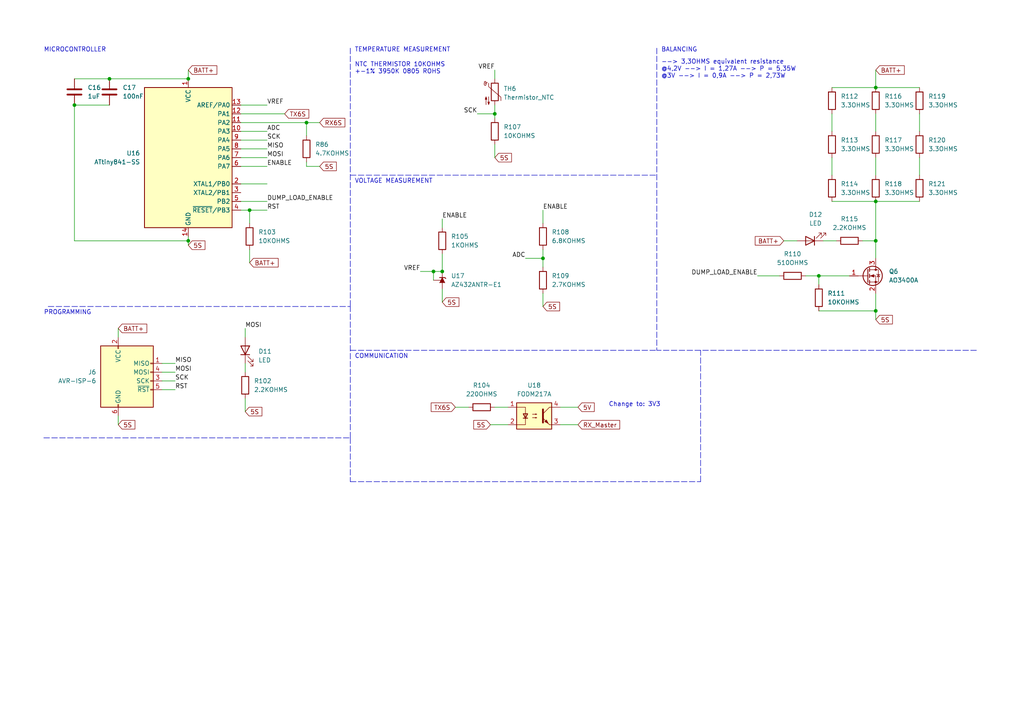
<source format=kicad_sch>
(kicad_sch (version 20211123) (generator eeschema)
  (paper "A4")
  (title_block (title "6S - OpenBatt") (date "2022-07-02") (rev "V1.0") (company "Andre Schrankel"))
  (lib_symbols
    (symbol "Connector:AVR-ISP-6" (pin_names (offset 1.016))
      (property "Reference" "J" (at -6.35 11.43 0))
      (property "Value" "AVR-ISP-6" (at 0 11.43 0))
      (symbol "AVR-ISP-6_0_1"
        (rectangle (start -2.667 -6.858) (end -2.413 -7.62))
        (rectangle (start -2.667 10.16) (end -2.413 9.398))
        (rectangle (start 7.62 -2.413) (end 6.858 -2.667))
        (rectangle (start 7.62 0.127) (end 6.858 -0.127))
        (rectangle (start 7.62 2.667) (end 6.858 2.413))
        (rectangle (start 7.62 5.207) (end 6.858 4.953))
        (rectangle (start 7.62 10.16) (end -7.62 -7.62) (stroke (width 0.254)) (fill (type background)))
      )
      (symbol "AVR-ISP-6_1_1"
        (pin passive line (at 10.16 5.08 180) (length 2.54) (name "MISO") (number "1"))
        (pin passive line (at -2.54 12.7 270) (length 2.54) (name "VCC") (number "2"))
        (pin passive line (at 10.16 0 180) (length 2.54) (name "SCK") (number "3"))
        (pin passive line (at 10.16 2.54 180) (length 2.54) (name "MOSI") (number "4"))
        (pin passive line (at 10.16 -2.54 180) (length 2.54) (name "~{RST}") (number "5"))
        (pin passive line (at -2.54 -10.16 90) (length 2.54) (name "GND") (number "6"))
      )
    )
    (symbol "Device:C" (pin_numbers hide) (pin_names (offset 0.254))
      (property "Reference" "C" (at 0.635 2.54 0))
      (property "Value" "C" (at 0.635 -2.54 0))
      (symbol "C_0_1"
        (polyline (pts (xy -2.032 -0.762) (xy 2.032 -0.762)) (stroke (width 0.508)))
        (polyline (pts (xy -2.032 0.762) (xy 2.032 0.762)) (stroke (width 0.508)))
      )
      (symbol "C_1_1"
        (pin passive line (at 0 3.81 270) (length 2.794) (name "~") (number "1"))
        (pin passive line (at 0 -3.81 90) (length 2.794) (name "~") (number "2"))
      )
    )
    (symbol "Device:LED" (pin_numbers hide) (pin_names (offset 1.016) hide)
      (property "Reference" "D" (at 0 2.54 0))
      (property "Value" "LED" (at 0 -2.54 0))
      (symbol "LED_0_1"
        (polyline (pts (xy -1.27 -1.27) (xy -1.27 1.27)) (stroke (width 0.254)))
        (polyline (pts (xy -1.27 0) (xy 1.27 0)))
        (polyline (pts (xy 1.27 -1.27) (xy 1.27 1.27) (xy -1.27 0) (xy 1.27 -1.27)) (stroke (width 0.254)))
        (polyline (pts (xy -3.048 -0.762) (xy -4.572 -2.286) (xy -3.81 -2.286) (xy -4.572 -2.286) (xy -4.572 -1.524)))
        (polyline (pts (xy -1.778 -0.762) (xy -3.302 -2.286) (xy -2.54 -2.286) (xy -3.302 -2.286) (xy -3.302 -1.524)))
      )
      (symbol "LED_1_1"
        (pin passive line (at -3.81 0 0) (length 2.54) (name "K") (number "1"))
        (pin passive line (at 3.81 0 180) (length 2.54) (name "A") (number "2"))
      )
    )
    (symbol "Device:R" (pin_numbers hide) (pin_names (offset 0))
      (property "Reference" "R" (at 2.032 0 90))
      (property "Value" "R" (at 0 0 90))
      (symbol "R_0_1"
        (rectangle (start -1.016 -2.54) (end 1.016 2.54) (stroke (width 0.254)))
      )
      (symbol "R_1_1"
        (pin passive line (at 0 3.81 270) (length 1.27) (name "~") (number "1"))
        (pin passive line (at 0 -3.81 90) (length 1.27) (name "~") (number "2"))
      )
    )
    (symbol "Device:Thermistor_NTC" (pin_numbers hide) (pin_names (offset 0))
      (property "Reference" "TH" (at -4.445 0 90))
      (property "Value" "Thermistor_NTC" (at 3.175 0 90))
      (symbol "Thermistor_NTC_0_1"
        (arc (start -3.048 2.159) (mid -3.0505 2.3165) (end -3.175 2.413))
        (arc (start -3.048 2.159) (mid -2.9736 1.9794) (end -2.794 1.905))
        (arc (start -3.048 2.794) (mid -2.9736 2.6144) (end -2.794 2.54))
        (arc (start -2.794 1.905) (mid -2.6144 1.9794) (end -2.54 2.159))
        (arc (start -2.794 2.54) (mid -2.434 2.5608) (end -2.159 2.794))
        (arc (start -2.794 3.048) (mid -2.9736 2.9736) (end -3.048 2.794))
        (arc (start -2.54 2.794) (mid -2.6144 2.9736) (end -2.794 3.048))
        (rectangle (start -1.016 2.54) (end 1.016 -2.54) (stroke (width 0.254)))
        (polyline (pts (xy -2.54 2.159) (xy -2.54 2.794)))
        (polyline (pts (xy -1.778 2.54) (xy -1.778 1.524) (xy 1.778 -1.524) (xy 1.778 -2.54)))
        (polyline (pts (xy -2.54 -3.683) (xy -2.54 -1.397) (xy -2.794 -2.159) (xy -2.286 -2.159) (xy -2.54 -1.397) (xy -2.54 -1.651)) (fill (type outline)))
        (polyline (pts (xy -1.778 -1.397) (xy -1.778 -3.683) (xy -2.032 -2.921) (xy -1.524 -2.921) (xy -1.778 -3.683) (xy -1.778 -3.429)) (fill (type outline)))
      )
      (symbol "Thermistor_NTC_1_1"
        (pin passive line (at 0 3.81 270) (length 1.27) (name "~") (number "1"))
        (pin passive line (at 0 -3.81 90) (length 1.27) (name "~") (number "2"))
      )
    )
    (symbol "Isolator:FODM217A"
      (property "Reference" "U" (at -5.08 5.08 0))
      (property "Value" "FODM217A" (at 0 5.08 0))
      (symbol "FODM217A_0_1"
        (rectangle (start -5.08 3.81) (end 5.08 -3.81) (stroke (width 0.254)) (fill (type background)))
        (polyline (pts (xy -3.175 -0.635) (xy -1.905 -0.635)) (stroke (width 0.254)))
        (polyline (pts (xy 2.54 0.635) (xy 4.445 2.54)))
        (polyline (pts (xy 4.445 -2.54) (xy 2.54 -0.635)) (fill (type outline)))
        (polyline (pts (xy 4.445 -2.54) (xy 5.08 -2.54)))
        (polyline (pts (xy 4.445 2.54) (xy 5.08 2.54)))
        (polyline (pts (xy -5.08 2.54) (xy -2.54 2.54) (xy -2.54 -0.635)))
        (polyline (pts (xy -2.54 -0.635) (xy -2.54 -2.54) (xy -5.08 -2.54)))
        (polyline (pts (xy 2.54 1.905) (xy 2.54 -1.905) (xy 2.54 -1.905)) (stroke (width 0.508)))
        (polyline (pts (xy -2.54 -0.635) (xy -3.175 0.635) (xy -1.905 0.635) (xy -2.54 -0.635)) (stroke (width 0.254)))
        (polyline (pts (xy -0.508 -0.508) (xy 0.762 -0.508) (xy 0.381 -0.635) (xy 0.381 -0.381) (xy 0.762 -0.508)))
        (polyline (pts (xy -0.508 0.508) (xy 0.762 0.508) (xy 0.381 0.381) (xy 0.381 0.635) (xy 0.762 0.508)))
        (polyline (pts (xy 3.048 -1.651) (xy 3.556 -1.143) (xy 4.064 -2.159) (xy 3.048 -1.651) (xy 3.048 -1.651)) (fill (type outline)))
      )
      (symbol "FODM217A_1_1"
        (pin passive line (at -7.62 2.54 0) (length 2.54) (name "~") (number "1"))
        (pin passive line (at -7.62 -2.54 0) (length 2.54) (name "~") (number "2"))
        (pin passive line (at 7.62 -2.54 180) (length 2.54) (name "~") (number "3"))
        (pin passive line (at 7.62 2.54 180) (length 2.54) (name "~") (number "4"))
      )
    )
    (symbol "MCU_Microchip_ATtiny:ATtiny841-SS"
      (property "Reference" "U" (at -12.7 21.59 0))
      (property "Value" "ATtiny841-SS" (at 2.54 -21.59 0))
      (symbol "ATtiny841-SS_0_1"
        (rectangle (start -12.7 -20.32) (end 12.7 20.32) (stroke (width 0.254)) (fill (type background)))
      )
      (symbol "ATtiny841-SS_1_1"
        (pin power_in line (at 0 22.86 270) (length 2.54) (name "VCC") (number "1"))
        (pin bidirectional line (at 15.24 7.62 180) (length 2.54) (name "PA3") (number "10"))
        (pin bidirectional line (at 15.24 10.16 180) (length 2.54) (name "PA2") (number "11"))
        (pin bidirectional line (at 15.24 12.7 180) (length 2.54) (name "PA1") (number "12"))
        (pin bidirectional line (at 15.24 15.24 180) (length 2.54) (name "AREF/PA0") (number "13"))
        (pin power_in line (at 0 -22.86 90) (length 2.54) (name "GND") (number "14"))
        (pin bidirectional line (at 15.24 -7.62 180) (length 2.54) (name "XTAL1/PB0") (number "2"))
        (pin bidirectional line (at 15.24 -10.16 180) (length 2.54) (name "XTAL2/PB1") (number "3"))
        (pin bidirectional line (at 15.24 -15.24 180) (length 2.54) (name "~{RESET}/PB3") (number "4"))
        (pin bidirectional line (at 15.24 -12.7 180) (length 2.54) (name "PB2") (number "5"))
        (pin bidirectional line (at 15.24 -2.54 180) (length 2.54) (name "PA7") (number "6"))
        (pin bidirectional line (at 15.24 0 180) (length 2.54) (name "PA6") (number "7"))
        (pin bidirectional line (at 15.24 2.54 180) (length 2.54) (name "PA5") (number "8"))
        (pin bidirectional line (at 15.24 5.08 180) (length 2.54) (name "PA4") (number "9"))
      )
    )
    (symbol "Reference_Voltage:TL431DBZ" (pin_numbers hide) (pin_names hide)
      (property "Reference" "U" (at -2.54 2.54 0))
      (property "Value" "TL431DBZ" (at 0 -2.54 0))
      (symbol "TL431DBZ_0_1"
        (polyline (pts (xy -1.27 0) (xy 0 0) (xy 1.27 0)))
        (polyline (pts (xy -0.762 0.762) (xy 0.762 0) (xy -0.762 -0.762)) (fill (type outline)))
        (polyline (pts (xy 0.508 -1.016) (xy 0.762 -0.762) (xy 0.762 0.762) (xy 0.762 0.762)) (stroke (width 0.254)))
      )
      (symbol "TL431DBZ_1_1"
        (pin passive line (at 2.54 0 180) (length 2.54) (name "K") (number "1"))
        (pin passive line (at 0 2.54 270) (length 2.54) (name "REF") (number "2"))
        (pin passive line (at -2.54 0 0) (length 2.54) (name "A") (number "3"))
      )
    )
    (symbol "Transistor_FET:AO3400A" (pin_names hide)
      (property "Reference" "Q" (at 5.08 1.905 0))
      (property "Value" "AO3400A" (at 5.08 0 0))
      (symbol "AO3400A_0_1"
        (polyline (pts (xy 0.254 0) (xy -2.54 0)))
        (polyline (pts (xy 0.254 1.905) (xy 0.254 -1.905)) (stroke (width 0.254)))
        (polyline (pts (xy 0.762 -1.27) (xy 0.762 -2.286)) (stroke (width 0.254)))
        (polyline (pts (xy 0.762 0.508) (xy 0.762 -0.508)) (stroke (width 0.254)))
        (polyline (pts (xy 0.762 2.286) (xy 0.762 1.27)) (stroke (width 0.254)))
        (polyline (pts (xy 2.54 2.54) (xy 2.54 1.778)))
        (polyline (pts (xy 2.54 -2.54) (xy 2.54 0) (xy 0.762 0)))
        (polyline (pts (xy 0.762 -1.778) (xy 3.302 -1.778) (xy 3.302 1.778) (xy 0.762 1.778)))
        (polyline (pts (xy 1.016 0) (xy 2.032 0.381) (xy 2.032 -0.381) (xy 1.016 0)) (fill (type outline)))
        (polyline (pts (xy 2.794 0.508) (xy 2.921 0.381) (xy 3.683 0.381) (xy 3.81 0.254)))
        (polyline (pts (xy 3.302 0.381) (xy 2.921 -0.254) (xy 3.683 -0.254) (xy 3.302 0.381)))
        (circle (center 1.651 0) (radius 2.794) (stroke (width 0.254)))
        (circle (center 2.54 -1.778) (radius 0.254) (fill (type outline)))
        (circle (center 2.54 1.778) (radius 0.254) (fill (type outline)))
      )
      (symbol "AO3400A_1_1"
        (pin input line (at -5.08 0 0) (length 2.54) (name "G") (number "1"))
        (pin passive line (at 2.54 -5.08 90) (length 2.54) (name "S") (number "2"))
        (pin passive line (at 2.54 5.08 270) (length 2.54) (name "D") (number "3"))
      )
    )
  )
  (junction (at 72.39 60.96))
  (junction (at 21.59 30.48))
  (junction (at 254 69.85))
  (junction (at 54.61 69.85))
  (junction (at 254 58.42))
  (junction (at 254 25.4))
  (junction (at 54.61 22.86))
  (junction (at 143.51 33.02))
  (junction (at 31.75 22.86))
  (junction (at 237.49 80.01))
  (junction (at 157.48 74.93))
  (junction (at 88.9 35.56))
  (junction (at 128.27 78.74))
  (junction (at 125.73 78.74))
  (junction (at 254 90.17))
  (wire (pts (xy 266.7 45.72) (xy 266.7 50.8)))
  (wire (pts (xy 69.85 58.42) (xy 77.47 58.42)))
  (wire (pts (xy 88.9 35.56) (xy 88.9 39.37)))
  (wire (pts (xy 69.85 40.64) (xy 77.47 40.64)))
  (wire (pts (xy 125.73 81.28) (xy 125.73 78.74)))
  (wire (pts (xy 254 90.17) (xy 254 92.71)))
  (wire (pts (xy 162.56 123.19) (xy 167.64 123.19)))
  (wire (pts (xy 54.61 68.58) (xy 54.61 69.85)))
  (wire (pts (xy 46.99 107.95) (xy 50.8 107.95)))
  (wire (pts (xy 54.61 20.32) (xy 54.61 22.86)))
  (wire (pts (xy 142.24 123.19) (xy 147.32 123.19)))
  (wire (pts (xy 254 20.32) (xy 254 25.4)))
  (wire (pts (xy 128.27 83.82) (xy 128.27 87.63)))
  (polyline (pts (xy 101.6 50.8) (xy 190.5 50.8)))
  (wire (pts (xy 72.39 60.96) (xy 77.47 60.96)))
  (wire (pts (xy 237.49 80.01) (xy 246.38 80.01)))
  (polyline (pts (xy 101.6 101.6) (xy 190.5 101.6)))
  (wire (pts (xy 241.3 33.02) (xy 241.3 38.1)))
  (wire (pts (xy 143.51 118.11) (xy 147.32 118.11)))
  (wire (pts (xy 31.75 22.86) (xy 54.61 22.86)))
  (wire (pts (xy 254 45.72) (xy 254 50.8)))
  (polyline (pts (xy 13.97 88.9) (xy 101.6 88.9)))
  (wire (pts (xy 143.51 30.48) (xy 143.51 33.02)))
  (wire (pts (xy 254 25.4) (xy 266.7 25.4)))
  (wire (pts (xy 69.85 53.34) (xy 77.47 53.34)))
  (wire (pts (xy 233.68 80.01) (xy 237.49 80.01)))
  (wire (pts (xy 69.85 60.96) (xy 72.39 60.96)))
  (polyline (pts (xy 283.21 101.6) (xy 190.5 101.6)))
  (wire (pts (xy 121.92 78.74) (xy 125.73 78.74)))
  (polyline (pts (xy 101.6 13.97) (xy 101.6 88.9)))
  (wire (pts (xy 157.48 72.39) (xy 157.48 74.93)))
  (wire (pts (xy 254 58.42) (xy 254 69.85)))
  (wire (pts (xy 241.3 45.72) (xy 241.3 50.8)))
  (wire (pts (xy 238.76 69.85) (xy 242.57 69.85)))
  (wire (pts (xy 157.48 60.96) (xy 157.48 64.77)))
  (wire (pts (xy 125.73 78.74) (xy 128.27 78.74)))
  (wire (pts (xy 237.49 80.01) (xy 237.49 82.55)))
  (wire (pts (xy 46.99 110.49) (xy 50.8 110.49)))
  (wire (pts (xy 162.56 118.11) (xy 167.64 118.11)))
  (wire (pts (xy 143.51 20.32) (xy 143.51 22.86)))
  (wire (pts (xy 254 58.42) (xy 266.7 58.42)))
  (wire (pts (xy 21.59 30.48) (xy 21.59 69.85)))
  (wire (pts (xy 21.59 30.48) (xy 31.75 30.48)))
  (wire (pts (xy 54.61 69.85) (xy 54.61 71.12)))
  (wire (pts (xy 69.85 38.1) (xy 77.47 38.1)))
  (wire (pts (xy 46.99 113.03) (xy 50.8 113.03)))
  (polyline (pts (xy 101.6 127) (xy 101.6 139.7)))
  (wire (pts (xy 72.39 72.39) (xy 72.39 76.2)))
  (wire (pts (xy 72.39 60.96) (xy 72.39 64.77)))
  (wire (pts (xy 138.43 33.02) (xy 143.51 33.02)))
  (wire (pts (xy 152.4 74.93) (xy 157.48 74.93)))
  (wire (pts (xy 21.59 69.85) (xy 54.61 69.85)))
  (polyline (pts (xy 203.2 139.7) (xy 203.2 101.6)))
  (wire (pts (xy 69.85 43.18) (xy 77.47 43.18)))
  (wire (pts (xy 71.12 95.25) (xy 71.12 97.79)))
  (wire (pts (xy 69.85 45.72) (xy 77.47 45.72)))
  (wire (pts (xy 254 85.09) (xy 254 90.17)))
  (wire (pts (xy 71.12 115.57) (xy 71.12 119.38)))
  (polyline (pts (xy 101.6 127) (xy 101.6 88.9)))
  (wire (pts (xy 227.33 69.85) (xy 231.14 69.85)))
  (wire (pts (xy 241.3 58.42) (xy 254 58.42)))
  (wire (pts (xy 88.9 35.56) (xy 92.71 35.56)))
  (polyline (pts (xy 190.5 13.97) (xy 190.5 101.6)))
  (wire (pts (xy 250.19 69.85) (xy 254 69.85)))
  (wire (pts (xy 128.27 63.5) (xy 128.27 66.04)))
  (wire (pts (xy 143.51 33.02) (xy 143.51 34.29)))
  (wire (pts (xy 34.29 120.65) (xy 34.29 123.19)))
  (wire (pts (xy 88.9 48.26) (xy 92.71 48.26)))
  (wire (pts (xy 266.7 33.02) (xy 266.7 38.1)))
  (wire (pts (xy 254 33.02) (xy 254 38.1)))
  (wire (pts (xy 46.99 105.41) (xy 50.8 105.41)))
  (polyline (pts (xy 12.7 127) (xy 101.6 127)))
  (wire (pts (xy 21.59 22.86) (xy 31.75 22.86)))
  (wire (pts (xy 128.27 73.66) (xy 128.27 78.74)))
  (wire (pts (xy 237.49 90.17) (xy 254 90.17)))
  (wire (pts (xy 254 69.85) (xy 254 74.93)))
  (wire (pts (xy 157.48 85.09) (xy 157.48 88.9)))
  (wire (pts (xy 219.71 80.01) (xy 226.06 80.01)))
  (wire (pts (xy 143.51 41.91) (xy 143.51 45.72)))
  (wire (pts (xy 69.85 48.26) (xy 77.47 48.26)))
  (wire (pts (xy 71.12 105.41) (xy 71.12 107.95)))
  (wire (pts (xy 241.3 25.4) (xy 254 25.4)))
  (wire (pts (xy 69.85 33.02) (xy 82.55 33.02)))
  (wire (pts (xy 132.08 118.11) (xy 135.89 118.11)))
  (polyline (pts (xy 101.6 139.7) (xy 203.2 139.7)))
  (wire (pts (xy 34.29 95.25) (xy 34.29 97.79)))
  (wire (pts (xy 69.85 35.56) (xy 88.9 35.56)))
  (wire (pts (xy 88.9 46.99) (xy 88.9 48.26)))
  (wire (pts (xy 157.48 74.93) (xy 157.48 77.47)))
  (wire (pts (xy 69.85 30.48) (xy 77.47 30.48)))
  (text "--> 3,3OHMS equivalent resistance\n@4,2V --> I = 1,27A --> P = 5,35W\n@3V --> I = 0,9A --> P = 2,73W" (at 191.77 22.86 0) (effects (font (size 1.27 1.27)) (justify left bottom)))
  (text "Change to: 3V3" (at 176.53 118.11 0) (effects (font (size 1.27 1.27)) (justify left bottom)))
  (text "MICROCONTROLLER\n" (at 12.7 15.24 0) (effects (font (size 1.27 1.27)) (justify left bottom)))
  (text "TEMPERATURE MEASUREMENT\n" (at 102.87 15.24 0) (effects (font (size 1.27 1.27)) (justify left bottom)))
  (text "VOLTAGE MEASUREMENT\n" (at 102.87 53.34 0) (effects (font (size 1.27 1.27)) (justify left bottom)))
  (text "NTC THERMISTOR 10KOHMS\n+-1% 3950K 0805 ROHS" (at 102.87 21.59 0) (effects (font (size 1.27 1.27)) (justify left bottom)))
  (text "BALANCING" (at 191.77 15.24 0) (effects (font (size 1.27 1.27)) (justify left bottom)))
  (text "PROGRAMMING" (at 12.7 91.44 0) (effects (font (size 1.27 1.27)) (justify left bottom)))
  (text "COMMUNICATION" (at 102.87 104.14 0) (effects (font (size 1.27 1.27)) (justify left bottom)))
  (label "DUMP_LOAD_ENABLE" (at 219.71 80.01 180))
  (label "MOSI" (at 71.12 95.25 0))
  (label "MOSI" (at 77.47 45.72 0))
  (label "SCK" (at 77.47 40.64 0))
  (label "RST" (at 50.8 113.03 0))
  (label "DUMP_LOAD_ENABLE" (at 77.47 58.42 0))
  (label "SCK" (at 50.8 110.49 0))
  (label "MISO" (at 77.47 43.18 0))
  (label "RST" (at 77.47 60.96 0))
  (label "VREF" (at 121.92 78.74 180))
  (label "MOSI" (at 50.8 107.95 0))
  (label "ADC" (at 152.4 74.93 180))
  (label "ENABLE" (at 128.27 63.5 0))
  (label "MISO" (at 50.8 105.41 0))
  (label "VREF" (at 143.51 20.32 180))
  (label "ADC" (at 77.47 38.1 0))
  (label "ENABLE" (at 157.48 60.96 0))
  (label "VREF" (at 77.47 30.48 0))
  (label "ENABLE" (at 77.47 48.26 0))
  (label "SCK" (at 138.43 33.02 180))
  (global_label "BATT+" (shape input) (at 34.29 95.25 0) (property "Intersheet References" "${INTERSHEET_REFS}" (effects hide)))
  (global_label "BATT+" (shape input) (at 72.39 76.2 0) (property "Intersheet References" "${INTERSHEET_REFS}" (effects hide)))
  (global_label "5S" (shape input) (at 54.61 71.12 0) (property "Intersheet References" "${INTERSHEET_REFS}" (effects hide)))
  (global_label "TX6S" (shape input) (at 132.08 118.11 180) (property "Intersheet References" "${INTERSHEET_REFS}" (effects hide)))
  (global_label "5S" (shape input) (at 142.24 123.19 180) (property "Intersheet References" "${INTERSHEET_REFS}" (effects hide)))
  (global_label "5S" (shape input) (at 71.12 119.38 0) (property "Intersheet References" "${INTERSHEET_REFS}" (effects hide)))
  (global_label "5S" (shape input) (at 143.51 45.72 0) (property "Intersheet References" "${INTERSHEET_REFS}" (effects hide)))
  (global_label "5S" (shape input) (at 157.48 88.9 0) (property "Intersheet References" "${INTERSHEET_REFS}" (effects hide)))
  (global_label "BATT+" (shape input) (at 227.33 69.85 180) (property "Intersheet References" "${INTERSHEET_REFS}" (effects hide)))
  (global_label "5S" (shape input) (at 254 92.71 0) (property "Intersheet References" "${INTERSHEET_REFS}" (effects hide)))
  (global_label "5V" (shape input) (at 167.64 118.11 0) (property "Intersheet References" "${INTERSHEET_REFS}" (effects hide)))
  (global_label "TX6S" (shape input) (at 82.55 33.02 0) (property "Intersheet References" "${INTERSHEET_REFS}" (effects hide)))
  (global_label "5S" (shape input) (at 92.71 48.26 0) (property "Intersheet References" "${INTERSHEET_REFS}" (effects hide)))
  (global_label "RX_Master" (shape input) (at 167.64 123.19 0) (property "Intersheet References" "${INTERSHEET_REFS}" (effects hide)))
  (global_label "RX6S" (shape input) (at 92.71 35.56 0) (property "Intersheet References" "${INTERSHEET_REFS}" (effects hide)))
  (global_label "5S" (shape input) (at 128.27 87.63 0) (property "Intersheet References" "${INTERSHEET_REFS}" (effects hide)))
  (global_label "BATT+" (shape input) (at 254 20.32 0) (property "Intersheet References" "${INTERSHEET_REFS}" (effects hide)))
  (global_label "BATT+" (shape input) (at 54.61 20.32 0) (property "Intersheet References" "${INTERSHEET_REFS}" (effects hide)))
  (global_label "5S" (shape input) (at 34.29 123.19 0) (property "Intersheet References" "${INTERSHEET_REFS}" (effects hide)))
  (symbol (lib_id "Device:R") (at 241.3 54.61 0) (unit 1)
    (property "Reference" "R114" (at 243.84 53.3399 0) (effects (justify left)))
    (property "Value" "3.3OHMS" (at 243.84 55.8799 0) (effects (justify left)))
    (property "Footprint" "Resistor_SMD:R_2010_5025Metric_Pad1.40x2.65mm_HandSolder" (effects hide))
  )
  (symbol (lib_id "Device:R") (at 157.48 68.58 0) (unit 1)
    (property "Reference" "R108" (at 160.02 67.3099 0) (effects (justify left)))
    (property "Value" "6.8KOHMS" (at 160.02 69.8499 0) (effects (justify left)))
    (property "Footprint" "Resistor_SMD:R_0805_2012Metric_Pad1.20x1.40mm_HandSolder" (effects hide))
  )
  (symbol (lib_id "Device:R") (at 266.7 54.61 0) (unit 1)
    (property "Reference" "R121" (at 269.24 53.3399 0) (effects (justify left)))
    (property "Value" "3.3OHMS" (at 269.24 55.8799 0) (effects (justify left)))
    (property "Footprint" "Resistor_SMD:R_2010_5025Metric_Pad1.40x2.65mm_HandSolder" (effects hide))
  )
  (symbol (lib_id "Device:R") (at 237.49 86.36 180) (unit 1)
    (property "Reference" "R111" (at 240.03 85.0899 0) (effects (justify right)))
    (property "Value" "10KOHMS" (at 240.03 87.6299 0) (effects (justify right)))
    (property "Footprint" "Resistor_SMD:R_0805_2012Metric_Pad1.20x1.40mm_HandSolder" (effects hide))
  )
  (symbol (lib_id "Transistor_FET:AO3400A") (at 251.46 80.01 0) (unit 1)
    (property "Reference" "Q6" (at 257.81 78.7399 0) (effects (justify left)))
    (property "Value" "AO3400A" (at 257.81 81.2799 0) (effects (justify left)))
    (property "Footprint" "Package_TO_SOT_SMD:SOT-23" (effects hide))
    (property "Datasheet" "https://media.digikey.com/pdf/Data%20Sheets/Alpha%20&%20Omega/AO3400A_ds.pdf" (effects hide))
  )
  (symbol (lib_id "Device:R") (at 266.7 41.91 0) (unit 1)
    (property "Reference" "R120" (at 269.24 40.6399 0) (effects (justify left)))
    (property "Value" "3.3OHMS" (at 269.24 43.1799 0) (effects (justify left)))
    (property "Footprint" "Resistor_SMD:R_2010_5025Metric_Pad1.40x2.65mm_HandSolder" (effects hide))
  )
  (symbol (lib_id "Device:R") (at 128.27 69.85 180) (unit 1)
    (property "Reference" "R105" (at 130.81 68.5799 0) (effects (justify right)))
    (property "Value" "1KOHMS" (at 130.81 71.1199 0) (effects (justify right)))
    (property "Footprint" "Resistor_SMD:R_0805_2012Metric_Pad1.20x1.40mm_HandSolder" (effects hide))
  )
  (symbol (lib_id "Device:Thermistor_NTC") (at 143.51 26.67 0) (unit 1)
    (property "Reference" "TH6" (at 146.05 25.7174 0) (effects (justify left)))
    (property "Value" "Thermistor_NTC" (at 146.05 28.2574 0) (effects (justify left)))
    (property "Footprint" "Resistor_SMD:R_0805_2012Metric_Pad1.20x1.40mm_HandSolder" (effects hide))
    (property "Datasheet" "https://www.mouser.de/datasheet/2/3/ABNTC-0805-253593.pdf" (effects hide))
  )
  (symbol (lib_id "Device:R") (at 157.48 81.28 0) (unit 1)
    (property "Reference" "R109" (at 160.02 80.0099 0) (effects (justify left)))
    (property "Value" "2.7KOHMS" (at 160.02 82.5499 0) (effects (justify left)))
    (property "Footprint" "Resistor_SMD:R_0805_2012Metric_Pad1.20x1.40mm_HandSolder" (effects hide))
  )
  (symbol (lib_id "Device:R") (at 143.51 38.1 180) (unit 1)
    (property "Reference" "R107" (at 146.05 36.8299 0) (effects (justify right)))
    (property "Value" "10KOHMS" (at 146.05 39.3699 0) (effects (justify right)))
    (property "Footprint" "Resistor_SMD:R_0805_2012Metric_Pad1.20x1.40mm_HandSolder" (effects hide))
  )
  (symbol (lib_id "Device:R") (at 254 29.21 0) (unit 1)
    (property "Reference" "R116" (at 256.54 27.9399 0) (effects (justify left)))
    (property "Value" "3.3OHMS" (at 256.54 30.4799 0) (effects (justify left)))
    (property "Footprint" "Resistor_SMD:R_2010_5025Metric_Pad1.40x2.65mm_HandSolder" (effects hide))
  )
  (symbol (lib_id "Device:R") (at 71.12 111.76 0) (unit 1)
    (property "Reference" "R102" (at 73.66 110.4899 0) (effects (justify left)))
    (property "Value" "2.2KOHMS" (at 73.66 113.0299 0) (effects (justify left)))
    (property "Footprint" "Resistor_SMD:R_0805_2012Metric_Pad1.20x1.40mm_HandSolder" (effects hide))
  )
  (symbol (lib_id "Device:R") (at 229.87 80.01 90) (unit 1)
    (property "Reference" "R110" (at 229.87 73.66 90))
    (property "Value" "510OHMS" (at 229.87 76.2 90))
    (property "Footprint" "Resistor_SMD:R_0805_2012Metric_Pad1.20x1.40mm_HandSolder" (effects hide))
  )
  (symbol (lib_id "Device:R") (at 241.3 29.21 0) (unit 1)
    (property "Reference" "R112" (at 243.84 27.9399 0) (effects (justify left)))
    (property "Value" "3.3OHMS" (at 243.84 30.4799 0) (effects (justify left)))
    (property "Footprint" "Resistor_SMD:R_2010_5025Metric_Pad1.40x2.65mm_HandSolder" (effects hide))
  )
  (symbol (lib_id "Device:R") (at 241.3 41.91 0) (unit 1)
    (property "Reference" "R113" (at 243.84 40.6399 0) (effects (justify left)))
    (property "Value" "3.3OHMS" (at 243.84 43.1799 0) (effects (justify left)))
    (property "Footprint" "Resistor_SMD:R_2010_5025Metric_Pad1.40x2.65mm_HandSolder" (effects hide))
  )
  (symbol (lib_id "Connector:AVR-ISP-6") (at 36.83 110.49 0) (unit 1)
    (property "Reference" "J6" (at 27.94 107.9499 0) (effects (justify right)))
    (property "Value" "AVR-ISP-6" (at 27.94 110.4899 0) (effects (justify right)))
    (property "Footprint" "Connector_PinHeader_2.54mm:PinHeader_2x03_P2.54mm_Vertical_SMD" (effects hide))
    (property "Datasheet" " ~" (effects hide))
  )
  (symbol (lib_id "Device:R") (at 254 54.61 0) (unit 1)
    (property "Reference" "R118" (at 256.54 53.3399 0) (effects (justify left)))
    (property "Value" "3.3OHMS" (at 256.54 55.8799 0) (effects (justify left)))
    (property "Footprint" "Resistor_SMD:R_2010_5025Metric_Pad1.40x2.65mm_HandSolder" (effects hide))
  )
  (symbol (lib_id "Device:R") (at 139.7 118.11 90) (unit 1)
    (property "Reference" "R104" (at 139.7 111.76 90))
    (property "Value" "220OHMS" (at 139.7 114.3 90))
    (property "Footprint" "Resistor_SMD:R_0805_2012Metric_Pad1.20x1.40mm_HandSolder" (effects hide))
  )
  (symbol (lib_id "Device:LED") (at 234.95 69.85 180) (unit 1)
    (property "Reference" "D12" (at 236.5375 62.23 0))
    (property "Value" "LED" (at 236.5375 64.77 0))
    (property "Footprint" "LED_SMD:LED_0805_2012Metric_Pad1.15x1.40mm_HandSolder" (effects hide))
  )
  (symbol (lib_id "Device:R") (at 254 41.91 0) (unit 1)
    (property "Reference" "R117" (at 256.54 40.6399 0) (effects (justify left)))
    (property "Value" "3.3OHMS" (at 256.54 43.1799 0) (effects (justify left)))
    (property "Footprint" "Resistor_SMD:R_2010_5025Metric_Pad1.40x2.65mm_HandSolder" (effects hide))
  )
  (symbol (lib_id "Device:R") (at 72.39 68.58 0) (unit 1)
    (property "Reference" "R103" (at 74.93 67.3099 0) (effects (justify left)))
    (property "Value" "10KOHMS" (at 74.93 69.8499 0) (effects (justify left)))
    (property "Footprint" "Resistor_SMD:R_0805_2012Metric_Pad1.20x1.40mm_HandSolder" (effects hide))
  )
  (symbol (lib_id "Device:R") (at 246.38 69.85 90) (unit 1)
    (property "Reference" "R115" (at 246.38 63.5 90))
    (property "Value" "2.2KOHMS" (at 246.38 66.04 90))
    (property "Footprint" "Resistor_SMD:R_0805_2012Metric_Pad1.20x1.40mm_HandSolder" (effects hide))
  )
  (symbol (lib_id "MCU_Microchip_ATtiny:ATtiny841-SS") (at 54.61 45.72 0) (unit 1)
    (property "Reference" "U16" (at 40.64 44.4499 0) (effects (justify right)))
    (property "Value" "ATtiny841-SS" (at 40.64 46.9899 0) (effects (justify right)))
    (property "Footprint" "Package_SO:SOIC-14_3.9x8.7mm_P1.27mm" (effects hide))
    (property "Datasheet" "http://ww1.microchip.com/downloads/en/DeviceDoc/Atmel-8495-8-bit-AVR-Microcontrollers-ATtiny441-ATtiny841_Datasheet.pdf" (effects hide))
  )
  (symbol (lib_id "Device:C") (at 21.59 26.67 0) (unit 1)
    (property "Reference" "C16" (at 25.4 25.3999 0) (effects (justify left)))
    (property "Value" "1uF" (at 25.4 27.9399 0) (effects (justify left)))
    (property "Footprint" "Capacitor_SMD:C_0805_2012Metric_Pad1.18x1.45mm_HandSolder" (effects hide))
  )
  (symbol (lib_id "Isolator:FODM217A") (at 154.94 120.65 0) (unit 1)
    (property "Reference" "U18" (at 154.94 111.76 0))
    (property "Value" "FODM217A" (at 154.94 114.3 0))
    (property "Footprint" "Package_SO:SOP-4_4.4x2.6mm_P1.27mm" (effects hide))
    (property "Datasheet" "https://www.onsemi.com/pub/Collateral/FODM214-D.PDF" (effects hide))
  )
  (symbol (lib_id "Reference_Voltage:TL431DBZ") (at 128.27 81.28 90) (unit 1)
    (property "Reference" "U17" (at 130.81 80.0099 90) (effects (justify right)))
    (property "Value" "AZ432ANTR-E1 " (at 130.81 82.5499 90) (effects (justify right)))
    (property "Footprint" "Package_TO_SOT_SMD:SOT-23" (effects hide))
    (property "Datasheet" "https://www.mouser.de/datasheet/2/115/DIOD_S_A0007085168_1-2512765.pdf" (effects hide))
  )
  (symbol (lib_id "Device:R") (at 88.9 43.18 0) (unit 1)
    (property "Reference" "R86" (at 91.44 41.9099 0) (effects (justify left)))
    (property "Value" "4.7KOHMS" (at 91.44 44.4499 0) (effects (justify left)))
    (property "Footprint" "Resistor_SMD:R_0805_2012Metric_Pad1.20x1.40mm_HandSolder" (effects hide))
  )
  (symbol (lib_id "Device:C") (at 31.75 26.67 0) (unit 1)
    (property "Reference" "C17" (at 35.56 25.3999 0) (effects (justify left)))
    (property "Value" "100nF" (at 35.56 27.9399 0) (effects (justify left)))
    (property "Footprint" "Capacitor_SMD:C_0805_2012Metric_Pad1.18x1.45mm_HandSolder" (effects hide))
  )
  (symbol (lib_id "Device:LED") (at 71.12 101.6 90) (unit 1)
    (property "Reference" "D11" (at 74.93 101.9174 90) (effects (justify right)))
    (property "Value" "LED" (at 74.93 104.4574 90) (effects (justify right)))
    (property "Footprint" "LED_SMD:LED_0805_2012Metric_Pad1.15x1.40mm_HandSolder" (effects hide))
  )
  (symbol (lib_id "Device:R") (at 266.7 29.21 0) (unit 1)
    (property "Reference" "R119" (at 269.24 27.9399 0) (effects (justify left)))
    (property "Value" "3.3OHMS" (at 269.24 30.4799 0) (effects (justify left)))
    (property "Footprint" "Resistor_SMD:R_2010_5025Metric_Pad1.40x2.65mm_HandSolder" (effects hide))
  )
)
</source>
